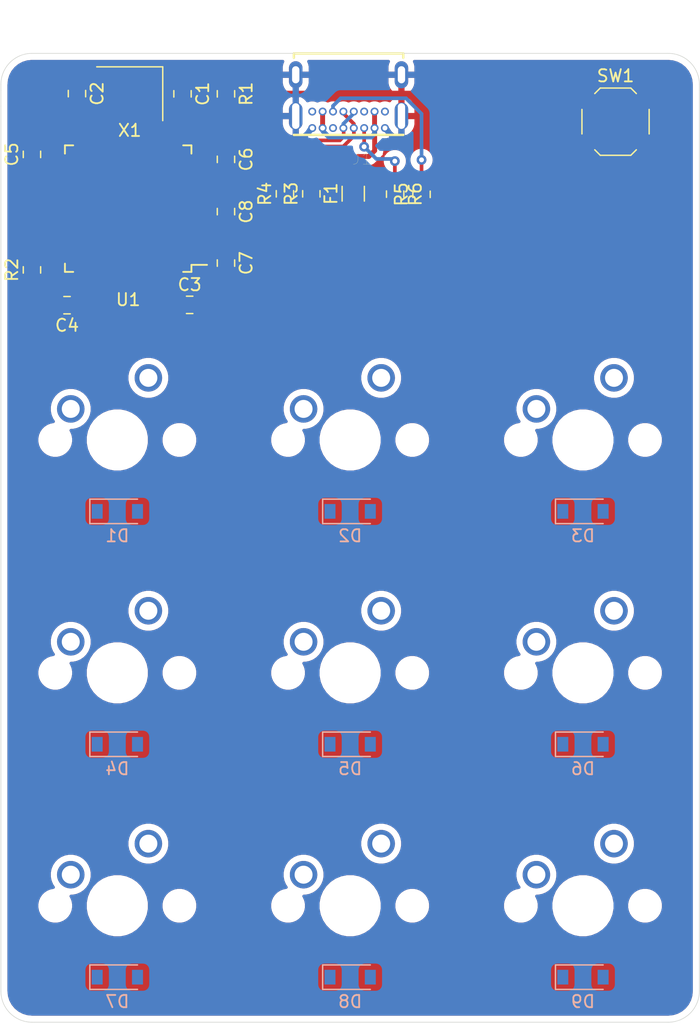
<source format=kicad_pcb>
(kicad_pcb (version 20171130) (host pcbnew "(5.1.6)-1")
  (layers (0 F.Cu signal) (31 B.Cu signal) (34 B.Paste user) (35 F.Paste user) (36 B.SilkS user) (37 F.SilkS user) (38 B.Mask user) (39 F.Mask user) (44 Edge.Cuts user))
  (net 0 "")
  (net 1 +5V)
  (net 2 "Net-(C1-Pad1)")
  (net 3 "Net-(C2-Pad1)")
  (net 4 VCC)
  (net 5 "Net-(C8-Pad1)")
  (net 6 ROW0)
  (net 7 "Net-(D1-Pad2)")
  (net 8 "Net-(D2-Pad2)")
  (net 9 "Net-(D3-Pad2)")
  (net 10 ROW1)
  (net 11 "Net-(D4-Pad2)")
  (net 12 "Net-(D5-Pad2)")
  (net 13 "Net-(D6-Pad2)")
  (net 14 ROW2)
  (net 15 "Net-(D7-Pad2)")
  (net 16 "Net-(D8-Pad2)")
  (net 17 "Net-(D9-Pad2)")
  (net 18 "Net-(J1-PadB8)")
  (net 19 "Net-(J1-PadA7)")
  (net 20 "Net-(J1-PadA6)")
  (net 21 "Net-(J1-PadB5)")
  (net 22 "Net-(J1-PadA8)")
  (net 23 "Net-(J1-PadA5)")
  (net 24 COL0)
  (net 25 COL1)
  (net 26 COL2)
  (net 27 "Net-(R1-Pad1)")
  (net 28 "Net-(R2-Pad2)")
  (net 29 "Net-(R3-Pad1)")
  (net 30 "Net-(R4-Pad1)")
  (net 31 "Net-(U1-Pad42)")
  (net 32 "Net-(U1-Pad41)")
  (net 33 "Net-(U1-Pad40)")
  (net 34 "Net-(U1-Pad39)")
  (net 35 "Net-(U1-Pad38)")
  (net 36 "Net-(U1-Pad37)")
  (net 37 "Net-(U1-Pad36)")
  (net 38 "Net-(U1-Pad32)")
  (net 39 "Net-(U1-Pad31)")
  (net 40 "Net-(U1-Pad30)")
  (net 41 "Net-(U1-Pad29)")
  (net 42 "Net-(U1-Pad28)")
  (net 43 "Net-(U1-Pad27)")
  (net 44 "Net-(U1-Pad26)")
  (net 45 "Net-(U1-Pad25)")
  (net 46 "Net-(U1-Pad22)")
  (net 47 "Net-(U1-Pad21)")
  (net 48 "Net-(U1-Pad20)")
  (net 49 "Net-(U1-Pad19)")
  (net 50 "Net-(U1-Pad18)")
  (net 51 "Net-(U1-Pad12)")
  (net 52 "Net-(U1-Pad11)")
  (net 53 "Net-(U1-Pad10)")
  (net 54 "Net-(U1-Pad9)")
  (net 55 "Net-(U1-Pad8)")
  (net 56 "Net-(U1-Pad1)")
  (net 57 GND)
  (module Fuse:Fuse_1206_3216Metric_Pad1.42x1.75mm_HandSolder (layer F.Cu) (at 193.929 40.1828 90)
    (fp_text reference F1 (at 0 -1.82 90) (layer F.SilkS))
    (fp_text value 500mA)
    (fp_line (start -0.602064 0.91) (end 0.602064 0.91) (layer F.SilkS) (width 0.12))
    (fp_line (start -0.602064 -0.91) (end 0.602064 -0.91) (layer F.SilkS) (width 0.12))
    (pad 2 smd roundrect (at 1.4875 0 90) (size 1.425 1.75) (layers F.Cu F.Paste F.Mask) (roundrect_rratio 0.175439) (net 4 VCC))
    (pad 1 smd roundrect (at -1.4875 0 90) (size 1.425 1.75) (layers F.Cu F.Paste F.Mask) (roundrect_rratio 0.175439) (net 1 +5V))
  )
  (module Crystal:Crystal_SMD_SeikoEpson_FA238-4Pin_3.2x2.5mm_HandSoldering (layer F.Cu) (at 175.641 32.004 180)
    (fp_text reference X1 (at 0 -3) (layer F.SilkS))
    (fp_text value XTAL_GND)
    (fp_line (start -2.7 -2.2) (end -2.7 2.2) (layer F.SilkS) (width 0.12))
    (fp_line (start -2.7 2.2) (end 2.7 2.2) (layer F.SilkS) (width 0.12))
    (pad 4 smd rect (at -1.45 -1.1 180) (size 2.1 1.8) (layers F.Cu F.Paste F.Mask))
    (pad 3 smd rect (at 1.45 -1.1 180) (size 2.1 1.8) (layers F.Cu F.Paste F.Mask) (net 57 GND))
    (pad 2 smd rect (at 1.45 1.1 180) (size 2.1 1.8) (layers F.Cu F.Paste F.Mask) (net 3 "Net-(C2-Pad1)"))
    (pad 1 smd rect (at -1.45 1.1 180) (size 2.1 1.8) (layers F.Cu F.Paste F.Mask) (net 2 "Net-(C1-Pad1)"))
  )
  (module Package_QFP:TQFP-44_10x10mm_P0.8mm (layer F.Cu) (at 175.514 41.402 180)
    (fp_text reference U1 (at 0 -7.45) (layer F.SilkS))
    (fp_text value ATMEGA32U4)
    (fp_line (start -5.175 -5.175) (end -5.175 -4.6) (layer F.SilkS) (width 0.15))
    (fp_line (start 5.175 -5.175) (end 5.175 -4.5) (layer F.SilkS) (width 0.15))
    (fp_line (start 5.175 5.175) (end 5.175 4.5) (layer F.SilkS) (width 0.15))
    (fp_line (start -5.175 5.175) (end -5.175 4.5) (layer F.SilkS) (width 0.15))
    (fp_line (start -5.175 -5.175) (end -4.5 -5.175) (layer F.SilkS) (width 0.15))
    (fp_line (start -5.175 5.175) (end -4.5 5.175) (layer F.SilkS) (width 0.15))
    (fp_line (start 5.175 5.175) (end 4.5 5.175) (layer F.SilkS) (width 0.15))
    (fp_line (start 5.175 -5.175) (end 4.5 -5.175) (layer F.SilkS) (width 0.15))
    (fp_line (start -5.175 -4.6) (end -6.45 -4.6) (layer F.SilkS) (width 0.15))
    (pad 44 smd rect (at -4 -5.7 270) (size 1.5 0.55) (layers F.Cu F.Paste F.Mask) (net 1 +5V))
    (pad 43 smd rect (at -3.2 -5.7 270) (size 1.5 0.55) (layers F.Cu F.Paste F.Mask) (net 57 GND))
    (pad 42 smd rect (at -2.4 -5.7 270) (size 1.5 0.55) (layers F.Cu F.Paste F.Mask) (net 31 "Net-(U1-Pad42)"))
    (pad 41 smd rect (at -1.6 -5.7 270) (size 1.5 0.55) (layers F.Cu F.Paste F.Mask) (net 32 "Net-(U1-Pad41)"))
    (pad 40 smd rect (at -0.8 -5.7 270) (size 1.5 0.55) (layers F.Cu F.Paste F.Mask) (net 33 "Net-(U1-Pad40)"))
    (pad 39 smd rect (at 0 -5.7 270) (size 1.5 0.55) (layers F.Cu F.Paste F.Mask) (net 34 "Net-(U1-Pad39)"))
    (pad 38 smd rect (at 0.8 -5.7 270) (size 1.5 0.55) (layers F.Cu F.Paste F.Mask) (net 35 "Net-(U1-Pad38)"))
    (pad 37 smd rect (at 1.6 -5.7 270) (size 1.5 0.55) (layers F.Cu F.Paste F.Mask) (net 36 "Net-(U1-Pad37)"))
    (pad 36 smd rect (at 2.4 -5.7 270) (size 1.5 0.55) (layers F.Cu F.Paste F.Mask) (net 37 "Net-(U1-Pad36)"))
    (pad 35 smd rect (at 3.2 -5.7 270) (size 1.5 0.55) (layers F.Cu F.Paste F.Mask) (net 57 GND))
    (pad 34 smd rect (at 4 -5.7 270) (size 1.5 0.55) (layers F.Cu F.Paste F.Mask) (net 1 +5V))
    (pad 33 smd rect (at 5.7 -4 180) (size 1.5 0.55) (layers F.Cu F.Paste F.Mask) (net 28 "Net-(R2-Pad2)"))
    (pad 32 smd rect (at 5.7 -3.2 180) (size 1.5 0.55) (layers F.Cu F.Paste F.Mask) (net 38 "Net-(U1-Pad32)"))
    (pad 31 smd rect (at 5.7 -2.4 180) (size 1.5 0.55) (layers F.Cu F.Paste F.Mask) (net 39 "Net-(U1-Pad31)"))
    (pad 30 smd rect (at 5.7 -1.6 180) (size 1.5 0.55) (layers F.Cu F.Paste F.Mask) (net 40 "Net-(U1-Pad30)"))
    (pad 29 smd rect (at 5.7 -0.8 180) (size 1.5 0.55) (layers F.Cu F.Paste F.Mask) (net 41 "Net-(U1-Pad29)"))
    (pad 28 smd rect (at 5.7 0 180) (size 1.5 0.55) (layers F.Cu F.Paste F.Mask) (net 42 "Net-(U1-Pad28)"))
    (pad 27 smd rect (at 5.7 0.8 180) (size 1.5 0.55) (layers F.Cu F.Paste F.Mask) (net 43 "Net-(U1-Pad27)"))
    (pad 26 smd rect (at 5.7 1.6 180) (size 1.5 0.55) (layers F.Cu F.Paste F.Mask) (net 44 "Net-(U1-Pad26)"))
    (pad 25 smd rect (at 5.7 2.4 180) (size 1.5 0.55) (layers F.Cu F.Paste F.Mask) (net 45 "Net-(U1-Pad25)"))
    (pad 24 smd rect (at 5.7 3.2 180) (size 1.5 0.55) (layers F.Cu F.Paste F.Mask) (net 1 +5V))
    (pad 23 smd rect (at 5.7 4 180) (size 1.5 0.55) (layers F.Cu F.Paste F.Mask) (net 57 GND))
    (pad 22 smd rect (at 4 5.7 270) (size 1.5 0.55) (layers F.Cu F.Paste F.Mask) (net 46 "Net-(U1-Pad22)"))
    (pad 21 smd rect (at 3.2 5.7 270) (size 1.5 0.55) (layers F.Cu F.Paste F.Mask) (net 47 "Net-(U1-Pad21)"))
    (pad 20 smd rect (at 2.4 5.7 270) (size 1.5 0.55) (layers F.Cu F.Paste F.Mask) (net 48 "Net-(U1-Pad20)"))
    (pad 19 smd rect (at 1.6 5.7 270) (size 1.5 0.55) (layers F.Cu F.Paste F.Mask) (net 49 "Net-(U1-Pad19)"))
    (pad 18 smd rect (at 0.8 5.7 270) (size 1.5 0.55) (layers F.Cu F.Paste F.Mask) (net 50 "Net-(U1-Pad18)"))
    (pad 17 smd rect (at 0 5.7 270) (size 1.5 0.55) (layers F.Cu F.Paste F.Mask) (net 3 "Net-(C2-Pad1)"))
    (pad 16 smd rect (at -0.8 5.7 270) (size 1.5 0.55) (layers F.Cu F.Paste F.Mask) (net 2 "Net-(C1-Pad1)"))
    (pad 15 smd rect (at -1.6 5.7 270) (size 1.5 0.55) (layers F.Cu F.Paste F.Mask) (net 57 GND))
    (pad 14 smd rect (at -2.4 5.7 270) (size 1.5 0.55) (layers F.Cu F.Paste F.Mask) (net 1 +5V))
    (pad 13 smd rect (at -3.2 5.7 270) (size 1.5 0.55) (layers F.Cu F.Paste F.Mask) (net 27 "Net-(R1-Pad1)"))
    (pad 12 smd rect (at -4 5.7 270) (size 1.5 0.55) (layers F.Cu F.Paste F.Mask) (net 51 "Net-(U1-Pad12)"))
    (pad 11 smd rect (at -5.7 4 180) (size 1.5 0.55) (layers F.Cu F.Paste F.Mask) (net 52 "Net-(U1-Pad11)"))
    (pad 10 smd rect (at -5.7 3.2 180) (size 1.5 0.55) (layers F.Cu F.Paste F.Mask) (net 53 "Net-(U1-Pad10)"))
    (pad 9 smd rect (at -5.7 2.4 180) (size 1.5 0.55) (layers F.Cu F.Paste F.Mask) (net 54 "Net-(U1-Pad9)"))
    (pad 8 smd rect (at -5.7 1.6 180) (size 1.5 0.55) (layers F.Cu F.Paste F.Mask) (net 55 "Net-(U1-Pad8)"))
    (pad 7 smd rect (at -5.7 0.8 180) (size 1.5 0.55) (layers F.Cu F.Paste F.Mask) (net 1 +5V))
    (pad 6 smd rect (at -5.7 0 180) (size 1.5 0.55) (layers F.Cu F.Paste F.Mask) (net 5 "Net-(C8-Pad1)"))
    (pad 5 smd rect (at -5.7 -0.8 180) (size 1.5 0.55) (layers F.Cu F.Paste F.Mask) (net 57 GND))
    (pad 4 smd rect (at -5.7 -1.6 180) (size 1.5 0.55) (layers F.Cu F.Paste F.Mask) (net 29 "Net-(R3-Pad1)"))
    (pad 3 smd rect (at -5.7 -2.4 180) (size 1.5 0.55) (layers F.Cu F.Paste F.Mask) (net 30 "Net-(R4-Pad1)"))
    (pad 2 smd rect (at -5.7 -3.2 180) (size 1.5 0.55) (layers F.Cu F.Paste F.Mask) (net 1 +5V))
    (pad 1 smd rect (at -5.7 -4 180) (size 1.5 0.55) (layers F.Cu F.Paste F.Mask) (net 56 "Net-(U1-Pad1)"))
  )
  (module Button_Switch_SMD:SW_SPST_TL3342 (layer F.Cu) (at 215.392 34.29)
    (fp_text reference SW1 (at 0 -3.75) (layer F.SilkS))
    (fp_text value SW_PUSH)
    (fp_line (start -1.7 2.3) (end -1.25 2.75) (layer F.SilkS) (width 0.12))
    (fp_line (start 1.7 2.3) (end 1.25 2.75) (layer F.SilkS) (width 0.12))
    (fp_line (start 1.7 -2.3) (end 1.25 -2.75) (layer F.SilkS) (width 0.12))
    (fp_line (start -1.7 -2.3) (end -1.25 -2.75) (layer F.SilkS) (width 0.12))
    (fp_line (start 2.75 -1) (end 2.75 1) (layer F.SilkS) (width 0.12))
    (fp_line (start -1.25 2.75) (end 1.25 2.75) (layer F.SilkS) (width 0.12))
    (fp_line (start -2.75 -1) (end -2.75 1) (layer F.SilkS) (width 0.12))
    (fp_line (start -1.25 -2.75) (end 1.25 -2.75) (layer F.SilkS) (width 0.12))
    (pad 2 smd rect (at 3.15 1.9) (size 1.7 1) (layers F.Cu F.Paste F.Mask) (net 27 "Net-(R1-Pad1)"))
    (pad 2 smd rect (at -3.15 1.9) (size 1.7 1) (layers F.Cu F.Paste F.Mask) (net 27 "Net-(R1-Pad1)"))
    (pad 1 smd rect (at 3.15 -1.9) (size 1.7 1) (layers F.Cu F.Paste F.Mask) (net 57 GND))
    (pad 1 smd rect (at -3.15 -1.9) (size 1.7 1) (layers F.Cu F.Paste F.Mask) (net 57 GND))
  )
  (module Resistor_SMD:R_0805_2012Metric_Pad1.15x1.40mm_HandSolder (layer F.Cu) (at 197.358 40.2172 270)
    (fp_text reference R6 (at 0 -1.65 90) (layer F.SilkS))
    (fp_text value 5.1k)
    (fp_line (start -0.261252 -0.71) (end 0.261252 -0.71) (layer F.SilkS) (width 0.12))
    (fp_line (start -0.261252 0.71) (end 0.261252 0.71) (layer F.SilkS) (width 0.12))
    (pad 2 smd roundrect (at 1.025 0 270) (size 1.15 1.4) (layers F.Cu F.Paste F.Mask) (roundrect_rratio 0.217391) (net 57 GND))
    (pad 1 smd roundrect (at -1.025 0 270) (size 1.15 1.4) (layers F.Cu F.Paste F.Mask) (roundrect_rratio 0.217391) (net 23 "Net-(J1-PadA5)"))
  )
  (module Resistor_SMD:R_0805_2012Metric_Pad1.15x1.40mm_HandSolder (layer F.Cu) (at 199.517 40.2336 90)
    (fp_text reference R5 (at 0 -1.65 90) (layer F.SilkS))
    (fp_text value 5.1k)
    (fp_line (start -0.261252 -0.71) (end 0.261252 -0.71) (layer F.SilkS) (width 0.12))
    (fp_line (start -0.261252 0.71) (end 0.261252 0.71) (layer F.SilkS) (width 0.12))
    (pad 2 smd roundrect (at 1.025 0 90) (size 1.15 1.4) (layers F.Cu F.Paste F.Mask) (roundrect_rratio 0.217391) (net 21 "Net-(J1-PadB5)"))
    (pad 1 smd roundrect (at -1.025 0 90) (size 1.15 1.4) (layers F.Cu F.Paste F.Mask) (roundrect_rratio 0.217391) (net 57 GND))
  )
  (module Resistor_SMD:R_0805_2012Metric_Pad1.15x1.40mm_HandSolder (layer F.Cu) (at 188.341 40.1918 90)
    (fp_text reference R4 (at 0 -1.65 90) (layer F.SilkS))
    (fp_text value "22 ohm")
    (fp_line (start -0.261252 -0.71) (end 0.261252 -0.71) (layer F.SilkS) (width 0.12))
    (fp_line (start -0.261252 0.71) (end 0.261252 0.71) (layer F.SilkS) (width 0.12))
    (pad 2 smd roundrect (at 1.025 0 90) (size 1.15 1.4) (layers F.Cu F.Paste F.Mask) (roundrect_rratio 0.217391) (net 19 "Net-(J1-PadA7)"))
    (pad 1 smd roundrect (at -1.025 0 90) (size 1.15 1.4) (layers F.Cu F.Paste F.Mask) (roundrect_rratio 0.217391) (net 30 "Net-(R4-Pad1)"))
  )
  (module Resistor_SMD:R_0805_2012Metric_Pad1.15x1.40mm_HandSolder (layer F.Cu) (at 190.5 40.1918 90)
    (fp_text reference R3 (at 0 -1.65 90) (layer F.SilkS))
    (fp_text value "22 ohm")
    (fp_line (start -0.261252 -0.71) (end 0.261252 -0.71) (layer F.SilkS) (width 0.12))
    (fp_line (start -0.261252 0.71) (end 0.261252 0.71) (layer F.SilkS) (width 0.12))
    (pad 2 smd roundrect (at 1.025 0 90) (size 1.15 1.4) (layers F.Cu F.Paste F.Mask) (roundrect_rratio 0.217391) (net 20 "Net-(J1-PadA6)"))
    (pad 1 smd roundrect (at -1.025 0 90) (size 1.15 1.4) (layers F.Cu F.Paste F.Mask) (roundrect_rratio 0.217391) (net 29 "Net-(R3-Pad1)"))
  )
  (module Resistor_SMD:R_0805_2012Metric_Pad1.15x1.40mm_HandSolder (layer F.Cu) (at 167.64 46.4148 90)
    (fp_text reference R2 (at 0 -1.65 90) (layer F.SilkS))
    (fp_text value 10k)
    (fp_line (start -0.261252 -0.71) (end 0.261252 -0.71) (layer F.SilkS) (width 0.12))
    (fp_line (start -0.261252 0.71) (end 0.261252 0.71) (layer F.SilkS) (width 0.12))
    (pad 2 smd roundrect (at 1.025 0 90) (size 1.15 1.4) (layers F.Cu F.Paste F.Mask) (roundrect_rratio 0.217391) (net 28 "Net-(R2-Pad2)"))
    (pad 1 smd roundrect (at -1.025 0 90) (size 1.15 1.4) (layers F.Cu F.Paste F.Mask) (roundrect_rratio 0.217391) (net 57 GND))
  )
  (module Resistor_SMD:R_0805_2012Metric_Pad1.15x1.40mm_HandSolder (layer F.Cu) (at 183.515 32.013 270)
    (fp_text reference R1 (at 0 -1.65 90) (layer F.SilkS))
    (fp_text value 10k)
    (fp_line (start -0.261252 -0.71) (end 0.261252 -0.71) (layer F.SilkS) (width 0.12))
    (fp_line (start -0.261252 0.71) (end 0.261252 0.71) (layer F.SilkS) (width 0.12))
    (pad 2 smd roundrect (at 1.025 0 270) (size 1.15 1.4) (layers F.Cu F.Paste F.Mask) (roundrect_rratio 0.217391) (net 1 +5V))
    (pad 1 smd roundrect (at -1.025 0 270) (size 1.15 1.4) (layers F.Cu F.Paste F.Mask) (roundrect_rratio 0.217391) (net 27 "Net-(R1-Pad1)"))
  )
  (module MX_Only:MXOnly-1U-NoLED (layer F.Cu) (at 212.725 98.425)
    (fp_text reference MX9)
    (fp_text value MX-NoLED)
    (pad 2 thru_hole circle (at 2.54 -5.08) (size 2.25 2.25) (drill 1.47) (layers *.Cu B.Mask) (net 17 "Net-(D9-Pad2)"))
    (pad "" np_thru_hole circle (at 0 0) (size 3.9878 3.9878) (drill 3.9878) (layers *.Cu *.Mask))
    (pad 1 thru_hole circle (at -3.81 -2.54) (size 2.25 2.25) (drill 1.47) (layers *.Cu B.Mask) (net 26 COL2))
    (pad "" np_thru_hole circle (at -5.08 0 48.0996) (size 1.75 1.75) (drill 1.75) (layers *.Cu *.Mask))
    (pad "" np_thru_hole circle (at 5.08 0 48.0996) (size 1.75 1.75) (drill 1.75) (layers *.Cu *.Mask))
  )
  (module MX_Only:MXOnly-1U-NoLED (layer F.Cu) (at 193.675 98.425)
    (fp_text reference MX8)
    (fp_text value MX-NoLED)
    (pad 2 thru_hole circle (at 2.54 -5.08) (size 2.25 2.25) (drill 1.47) (layers *.Cu B.Mask) (net 16 "Net-(D8-Pad2)"))
    (pad "" np_thru_hole circle (at 0 0) (size 3.9878 3.9878) (drill 3.9878) (layers *.Cu *.Mask))
    (pad 1 thru_hole circle (at -3.81 -2.54) (size 2.25 2.25) (drill 1.47) (layers *.Cu B.Mask) (net 25 COL1))
    (pad "" np_thru_hole circle (at -5.08 0 48.0996) (size 1.75 1.75) (drill 1.75) (layers *.Cu *.Mask))
    (pad "" np_thru_hole circle (at 5.08 0 48.0996) (size 1.75 1.75) (drill 1.75) (layers *.Cu *.Mask))
  )
  (module MX_Only:MXOnly-1U-NoLED (layer F.Cu) (at 174.625 98.425)
    (fp_text reference MX7)
    (fp_text value MX-NoLED)
    (pad 2 thru_hole circle (at 2.54 -5.08) (size 2.25 2.25) (drill 1.47) (layers *.Cu B.Mask) (net 15 "Net-(D7-Pad2)"))
    (pad "" np_thru_hole circle (at 0 0) (size 3.9878 3.9878) (drill 3.9878) (layers *.Cu *.Mask))
    (pad 1 thru_hole circle (at -3.81 -2.54) (size 2.25 2.25) (drill 1.47) (layers *.Cu B.Mask) (net 24 COL0))
    (pad "" np_thru_hole circle (at -5.08 0 48.0996) (size 1.75 1.75) (drill 1.75) (layers *.Cu *.Mask))
    (pad "" np_thru_hole circle (at 5.08 0 48.0996) (size 1.75 1.75) (drill 1.75) (layers *.Cu *.Mask))
  )
  (module MX_Only:MXOnly-1U-NoLED (layer F.Cu) (at 212.725 79.375)
    (fp_text reference MX6)
    (fp_text value MX-NoLED)
    (pad 2 thru_hole circle (at 2.54 -5.08) (size 2.25 2.25) (drill 1.47) (layers *.Cu B.Mask) (net 13 "Net-(D6-Pad2)"))
    (pad "" np_thru_hole circle (at 0 0) (size 3.9878 3.9878) (drill 3.9878) (layers *.Cu *.Mask))
    (pad 1 thru_hole circle (at -3.81 -2.54) (size 2.25 2.25) (drill 1.47) (layers *.Cu B.Mask) (net 26 COL2))
    (pad "" np_thru_hole circle (at -5.08 0 48.0996) (size 1.75 1.75) (drill 1.75) (layers *.Cu *.Mask))
    (pad "" np_thru_hole circle (at 5.08 0 48.0996) (size 1.75 1.75) (drill 1.75) (layers *.Cu *.Mask))
  )
  (module MX_Only:MXOnly-1U-NoLED (layer F.Cu) (at 193.675 79.375)
    (fp_text reference MX5)
    (fp_text value MX-NoLED)
    (pad 2 thru_hole circle (at 2.54 -5.08) (size 2.25 2.25) (drill 1.47) (layers *.Cu B.Mask) (net 12 "Net-(D5-Pad2)"))
    (pad "" np_thru_hole circle (at 0 0) (size 3.9878 3.9878) (drill 3.9878) (layers *.Cu *.Mask))
    (pad 1 thru_hole circle (at -3.81 -2.54) (size 2.25 2.25) (drill 1.47) (layers *.Cu B.Mask) (net 25 COL1))
    (pad "" np_thru_hole circle (at -5.08 0 48.0996) (size 1.75 1.75) (drill 1.75) (layers *.Cu *.Mask))
    (pad "" np_thru_hole circle (at 5.08 0 48.0996) (size 1.75 1.75) (drill 1.75) (layers *.Cu *.Mask))
  )
  (module MX_Only:MXOnly-1U-NoLED (layer F.Cu) (at 174.625 79.375)
    (fp_text reference MX4)
    (fp_text value MX-NoLED)
    (pad 2 thru_hole circle (at 2.54 -5.08) (size 2.25 2.25) (drill 1.47) (layers *.Cu B.Mask) (net 11 "Net-(D4-Pad2)"))
    (pad "" np_thru_hole circle (at 0 0) (size 3.9878 3.9878) (drill 3.9878) (layers *.Cu *.Mask))
    (pad 1 thru_hole circle (at -3.81 -2.54) (size 2.25 2.25) (drill 1.47) (layers *.Cu B.Mask) (net 24 COL0))
    (pad "" np_thru_hole circle (at -5.08 0 48.0996) (size 1.75 1.75) (drill 1.75) (layers *.Cu *.Mask))
    (pad "" np_thru_hole circle (at 5.08 0 48.0996) (size 1.75 1.75) (drill 1.75) (layers *.Cu *.Mask))
  )
  (module MX_Only:MXOnly-1U-NoLED (layer F.Cu) (at 212.725 60.325)
    (fp_text reference MX3)
    (fp_text value MX-NoLED)
    (pad 2 thru_hole circle (at 2.54 -5.08) (size 2.25 2.25) (drill 1.47) (layers *.Cu B.Mask) (net 9 "Net-(D3-Pad2)"))
    (pad "" np_thru_hole circle (at 0 0) (size 3.9878 3.9878) (drill 3.9878) (layers *.Cu *.Mask))
    (pad 1 thru_hole circle (at -3.81 -2.54) (size 2.25 2.25) (drill 1.47) (layers *.Cu B.Mask) (net 26 COL2))
    (pad "" np_thru_hole circle (at -5.08 0 48.0996) (size 1.75 1.75) (drill 1.75) (layers *.Cu *.Mask))
    (pad "" np_thru_hole circle (at 5.08 0 48.0996) (size 1.75 1.75) (drill 1.75) (layers *.Cu *.Mask))
  )
  (module MX_Only:MXOnly-1U-NoLED (layer F.Cu) (at 193.675 60.325)
    (fp_text reference MX2)
    (fp_text value MX-NoLED)
    (pad 2 thru_hole circle (at 2.54 -5.08) (size 2.25 2.25) (drill 1.47) (layers *.Cu B.Mask) (net 8 "Net-(D2-Pad2)"))
    (pad "" np_thru_hole circle (at 0 0) (size 3.9878 3.9878) (drill 3.9878) (layers *.Cu *.Mask))
    (pad 1 thru_hole circle (at -3.81 -2.54) (size 2.25 2.25) (drill 1.47) (layers *.Cu B.Mask) (net 25 COL1))
    (pad "" np_thru_hole circle (at -5.08 0 48.0996) (size 1.75 1.75) (drill 1.75) (layers *.Cu *.Mask))
    (pad "" np_thru_hole circle (at 5.08 0 48.0996) (size 1.75 1.75) (drill 1.75) (layers *.Cu *.Mask))
  )
  (module MX_Only:MXOnly-1U-NoLED (layer F.Cu) (at 174.625 60.325)
    (fp_text reference MX1)
    (fp_text value MX-NoLED)
    (pad 2 thru_hole circle (at 2.54 -5.08) (size 2.25 2.25) (drill 1.47) (layers *.Cu B.Mask) (net 7 "Net-(D1-Pad2)"))
    (pad "" np_thru_hole circle (at 0 0) (size 3.9878 3.9878) (drill 3.9878) (layers *.Cu *.Mask))
    (pad 1 thru_hole circle (at -3.81 -2.54) (size 2.25 2.25) (drill 1.47) (layers *.Cu B.Mask) (net 24 COL0))
    (pad "" np_thru_hole circle (at -5.08 0 48.0996) (size 1.75 1.75) (drill 1.75) (layers *.Cu *.Mask))
    (pad "" np_thru_hole circle (at 5.08 0 48.0996) (size 1.75 1.75) (drill 1.75) (layers *.Cu *.Mask))
  )
  (module USB4085-GF-A_REVA:GCT_USB4085-GF-A_REVA (layer F.Cu) (at 193.548 30.7878 180)
    (fp_text reference J1 (at -1.097425 -6.515415) (layer F.SilkS) (effects (font (size 1.00015 1.00015) (thickness 0.015))))
    (fp_text value USB4085-GF-A_REVA)
    (fp_line (start -4.475 -4.585) (end 4.475 -4.585) (layer F.SilkS) (width 0.2))
    (fp_line (start -4.475 1.725) (end -4.475 2.075) (layer F.SilkS) (width 0.2))
    (fp_line (start -4.475 2.075) (end 4.475 2.075) (layer F.SilkS) (width 0.2))
    (fp_line (start 4.475 2.075) (end 4.475 1.725) (layer F.SilkS) (width 0.2))
    (pad P4 thru_hole oval (at -4.325 0.335 180) (size 1.108 2.216) (drill oval 0.6 1.4) (layers *.Cu *.Mask) (net 57 GND))
    (pad P3 thru_hole oval (at 4.325 0.335 180) (size 1.108 2.216) (drill oval 0.6 1.4) (layers *.Cu *.Mask) (net 57 GND))
    (pad P2 thru_hole oval (at 4.325 -3.045 180) (size 1.108 2.216) (drill oval 0.6 2.1) (layers *.Cu *.Mask) (net 57 GND))
    (pad P1 thru_hole oval (at -4.325 -3.045 180) (size 1.108 2.216) (drill oval 0.6 2.1) (layers *.Cu *.Mask) (net 57 GND))
    (pad B12 thru_hole circle (at -2.975 -2.675 180) (size 0.65 0.65) (drill 0.4) (layers *.Cu *.Mask) (net 57 GND))
    (pad B9 thru_hole circle (at -2.125 -2.675 180) (size 0.65 0.65) (drill 0.4) (layers *.Cu *.Mask) (net 4 VCC))
    (pad B8 thru_hole circle (at -1.275 -2.675 180) (size 0.65 0.65) (drill 0.4) (layers *.Cu *.Mask) (net 18 "Net-(J1-PadB8)"))
    (pad B7 thru_hole circle (at -0.425 -2.675 180) (size 0.65 0.65) (drill 0.4) (layers *.Cu *.Mask) (net 19 "Net-(J1-PadA7)"))
    (pad B6 thru_hole circle (at 0.425 -2.675 180) (size 0.65 0.65) (drill 0.4) (layers *.Cu *.Mask) (net 20 "Net-(J1-PadA6)"))
    (pad B5 thru_hole circle (at 1.275 -2.675 180) (size 0.65 0.65) (drill 0.4) (layers *.Cu *.Mask) (net 21 "Net-(J1-PadB5)"))
    (pad B4 thru_hole circle (at 2.125 -2.675 180) (size 0.65 0.65) (drill 0.4) (layers *.Cu *.Mask) (net 4 VCC))
    (pad B1 thru_hole circle (at 2.975 -2.675 180) (size 0.65 0.65) (drill 0.4) (layers *.Cu *.Mask) (net 57 GND))
    (pad A12 thru_hole circle (at 2.975 -4.025 180) (size 0.65 0.65) (drill 0.4) (layers *.Cu *.Mask) (net 57 GND))
    (pad A9 thru_hole circle (at 2.125 -4.025 180) (size 0.65 0.65) (drill 0.4) (layers *.Cu *.Mask) (net 4 VCC))
    (pad A8 thru_hole circle (at 1.275 -4.025 180) (size 0.65 0.65) (drill 0.4) (layers *.Cu *.Mask) (net 22 "Net-(J1-PadA8)"))
    (pad A7 thru_hole circle (at 0.425 -4.025 180) (size 0.65 0.65) (drill 0.4) (layers *.Cu *.Mask) (net 19 "Net-(J1-PadA7)"))
    (pad A6 thru_hole circle (at -0.425 -4.025 180) (size 0.65 0.65) (drill 0.4) (layers *.Cu *.Mask) (net 20 "Net-(J1-PadA6)"))
    (pad A5 thru_hole circle (at -1.275 -4.025 180) (size 0.65 0.65) (drill 0.4) (layers *.Cu *.Mask) (net 23 "Net-(J1-PadA5)"))
    (pad A4 thru_hole circle (at -2.125 -4.025 180) (size 0.65 0.65) (drill 0.4) (layers *.Cu *.Mask) (net 4 VCC))
    (pad A1 thru_hole circle (at -2.975 -4.025 180) (size 0.65 0.65) (drill 0.4) (layers *.Cu *.Mask) (net 57 GND))
  )
  (module random-keyboard-parts:D_SOD-123-Pretty (layer B.Cu) (at 212.725 104.267)
    (fp_text reference D9 (at 0 2) (layer B.SilkS) (effects (justify mirror)))
    (fp_text value D_Small)
    (fp_line (start -2.25 1) (end 1.65 1) (layer B.SilkS) (width 0.12))
    (fp_line (start -2.25 -1) (end 1.65 -1) (layer B.SilkS) (width 0.12))
    (fp_line (start -2.25 1) (end -2.25 -1) (layer B.SilkS) (width 0.12))
    (pad 1 smd rect (at -1.65 0) (size 0.9 1.2) (layers B.Cu B.Paste B.Mask) (net 14 ROW2))
    (pad 2 smd rect (at 1.65 0) (size 0.9 1.2) (layers B.Cu B.Paste B.Mask) (net 17 "Net-(D9-Pad2)"))
  )
  (module random-keyboard-parts:D_SOD-123-Pretty (layer B.Cu) (at 193.675 104.267)
    (fp_text reference D8 (at 0 2) (layer B.SilkS) (effects (justify mirror)))
    (fp_text value D_Small)
    (fp_line (start -2.25 1) (end 1.65 1) (layer B.SilkS) (width 0.12))
    (fp_line (start -2.25 -1) (end 1.65 -1) (layer B.SilkS) (width 0.12))
    (fp_line (start -2.25 1) (end -2.25 -1) (layer B.SilkS) (width 0.12))
    (pad 1 smd rect (at -1.65 0) (size 0.9 1.2) (layers B.Cu B.Paste B.Mask) (net 14 ROW2))
    (pad 2 smd rect (at 1.65 0) (size 0.9 1.2) (layers B.Cu B.Paste B.Mask) (net 16 "Net-(D8-Pad2)"))
  )
  (module random-keyboard-parts:D_SOD-123-Pretty (layer B.Cu) (at 174.625 104.267)
    (fp_text reference D7 (at 0 2) (layer B.SilkS) (effects (justify mirror)))
    (fp_text value D_Small)
    (fp_line (start -2.25 1) (end 1.65 1) (layer B.SilkS) (width 0.12))
    (fp_line (start -2.25 -1) (end 1.65 -1) (layer B.SilkS) (width 0.12))
    (fp_line (start -2.25 1) (end -2.25 -1) (layer B.SilkS) (width 0.12))
    (pad 1 smd rect (at -1.65 0) (size 0.9 1.2) (layers B.Cu B.Paste B.Mask) (net 14 ROW2))
    (pad 2 smd rect (at 1.65 0) (size 0.9 1.2) (layers B.Cu B.Paste B.Mask) (net 15 "Net-(D7-Pad2)"))
  )
  (module random-keyboard-parts:D_SOD-123-Pretty (layer B.Cu) (at 212.725 85.217)
    (fp_text reference D6 (at 0 2) (layer B.SilkS) (effects (justify mirror)))
    (fp_text value D_Small)
    (fp_line (start -2.25 1) (end 1.65 1) (layer B.SilkS) (width 0.12))
    (fp_line (start -2.25 -1) (end 1.65 -1) (layer B.SilkS) (width 0.12))
    (fp_line (start -2.25 1) (end -2.25 -1) (layer B.SilkS) (width 0.12))
    (pad 1 smd rect (at -1.65 0) (size 0.9 1.2) (layers B.Cu B.Paste B.Mask) (net 10 ROW1))
    (pad 2 smd rect (at 1.65 0) (size 0.9 1.2) (layers B.Cu B.Paste B.Mask) (net 13 "Net-(D6-Pad2)"))
  )
  (module random-keyboard-parts:D_SOD-123-Pretty (layer B.Cu) (at 193.675 85.217)
    (fp_text reference D5 (at 0 2) (layer B.SilkS) (effects (justify mirror)))
    (fp_text value D_Small)
    (fp_line (start -2.25 1) (end 1.65 1) (layer B.SilkS) (width 0.12))
    (fp_line (start -2.25 -1) (end 1.65 -1) (layer B.SilkS) (width 0.12))
    (fp_line (start -2.25 1) (end -2.25 -1) (layer B.SilkS) (width 0.12))
    (pad 1 smd rect (at -1.65 0) (size 0.9 1.2) (layers B.Cu B.Paste B.Mask) (net 10 ROW1))
    (pad 2 smd rect (at 1.65 0) (size 0.9 1.2) (layers B.Cu B.Paste B.Mask) (net 12 "Net-(D5-Pad2)"))
  )
  (module random-keyboard-parts:D_SOD-123-Pretty (layer B.Cu) (at 174.625 85.217)
    (fp_text reference D4 (at 0 2) (layer B.SilkS) (effects (justify mirror)))
    (fp_text value D_Small)
    (fp_line (start -2.25 1) (end 1.65 1) (layer B.SilkS) (width 0.12))
    (fp_line (start -2.25 -1) (end 1.65 -1) (layer B.SilkS) (width 0.12))
    (fp_line (start -2.25 1) (end -2.25 -1) (layer B.SilkS) (width 0.12))
    (pad 1 smd rect (at -1.65 0) (size 0.9 1.2) (layers B.Cu B.Paste B.Mask) (net 10 ROW1))
    (pad 2 smd rect (at 1.65 0) (size 0.9 1.2) (layers B.Cu B.Paste B.Mask) (net 11 "Net-(D4-Pad2)"))
  )
  (module random-keyboard-parts:D_SOD-123-Pretty (layer B.Cu) (at 212.725 66.167)
    (fp_text reference D3 (at 0 2) (layer B.SilkS) (effects (justify mirror)))
    (fp_text value D_Small)
    (fp_line (start -2.25 1) (end 1.65 1) (layer B.SilkS) (width 0.12))
    (fp_line (start -2.25 -1) (end 1.65 -1) (layer B.SilkS) (width 0.12))
    (fp_line (start -2.25 1) (end -2.25 -1) (layer B.SilkS) (width 0.12))
    (pad 1 smd rect (at -1.65 0) (size 0.9 1.2) (layers B.Cu B.Paste B.Mask) (net 6 ROW0))
    (pad 2 smd rect (at 1.65 0) (size 0.9 1.2) (layers B.Cu B.Paste B.Mask) (net 9 "Net-(D3-Pad2)"))
  )
  (module random-keyboard-parts:D_SOD-123-Pretty (layer B.Cu) (at 193.675 66.167)
    (fp_text reference D2 (at 0 2) (layer B.SilkS) (effects (justify mirror)))
    (fp_text value D_Small)
    (fp_line (start -2.25 1) (end 1.65 1) (layer B.SilkS) (width 0.12))
    (fp_line (start -2.25 -1) (end 1.65 -1) (layer B.SilkS) (width 0.12))
    (fp_line (start -2.25 1) (end -2.25 -1) (layer B.SilkS) (width 0.12))
    (pad 1 smd rect (at -1.65 0) (size 0.9 1.2) (layers B.Cu B.Paste B.Mask) (net 6 ROW0))
    (pad 2 smd rect (at 1.65 0) (size 0.9 1.2) (layers B.Cu B.Paste B.Mask) (net 8 "Net-(D2-Pad2)"))
  )
  (module random-keyboard-parts:D_SOD-123-Pretty (layer B.Cu) (at 174.625 66.167)
    (fp_text reference D1 (at 0 2) (layer B.SilkS) (effects (justify mirror)))
    (fp_text value D_Small)
    (fp_line (start -2.25 1) (end 1.65 1) (layer B.SilkS) (width 0.12))
    (fp_line (start -2.25 -1) (end 1.65 -1) (layer B.SilkS) (width 0.12))
    (fp_line (start -2.25 1) (end -2.25 -1) (layer B.SilkS) (width 0.12))
    (pad 1 smd rect (at -1.65 0) (size 0.9 1.2) (layers B.Cu B.Paste B.Mask) (net 6 ROW0))
    (pad 2 smd rect (at 1.65 0) (size 0.9 1.2) (layers B.Cu B.Paste B.Mask) (net 7 "Net-(D1-Pad2)"))
  )
  (module Capacitor_SMD:C_0805_2012Metric_Pad1.15x1.40mm_HandSolder (layer F.Cu) (at 183.515 41.647 270)
    (fp_text reference C8 (at 0 -1.65 90) (layer F.SilkS))
    (fp_text value 1uF)
    (fp_line (start -0.261252 -0.71) (end 0.261252 -0.71) (layer F.SilkS) (width 0.12))
    (fp_line (start -0.261252 0.71) (end 0.261252 0.71) (layer F.SilkS) (width 0.12))
    (pad 2 smd roundrect (at 1.025 0 270) (size 1.15 1.4) (layers F.Cu F.Paste F.Mask) (roundrect_rratio 0.217391) (net 57 GND))
    (pad 1 smd roundrect (at -1.025 0 270) (size 1.15 1.4) (layers F.Cu F.Paste F.Mask) (roundrect_rratio 0.217391) (net 5 "Net-(C8-Pad1)"))
  )
  (module Capacitor_SMD:C_0805_2012Metric_Pad1.15x1.40mm_HandSolder (layer F.Cu) (at 183.515 45.856 270)
    (fp_text reference C7 (at 0 -1.65 90) (layer F.SilkS))
    (fp_text value 4.7u)
    (fp_line (start -0.261252 -0.71) (end 0.261252 -0.71) (layer F.SilkS) (width 0.12))
    (fp_line (start -0.261252 0.71) (end 0.261252 0.71) (layer F.SilkS) (width 0.12))
    (pad 2 smd roundrect (at 1.025 0 270) (size 1.15 1.4) (layers F.Cu F.Paste F.Mask) (roundrect_rratio 0.217391) (net 57 GND))
    (pad 1 smd roundrect (at -1.025 0 270) (size 1.15 1.4) (layers F.Cu F.Paste F.Mask) (roundrect_rratio 0.217391) (net 1 +5V))
  )
  (module Capacitor_SMD:C_0805_2012Metric_Pad1.15x1.40mm_HandSolder (layer F.Cu) (at 183.515 37.3724 270)
    (fp_text reference C6 (at 0 -1.65 90) (layer F.SilkS))
    (fp_text value 0.1u)
    (fp_line (start -0.261252 -0.71) (end 0.261252 -0.71) (layer F.SilkS) (width 0.12))
    (fp_line (start -0.261252 0.71) (end 0.261252 0.71) (layer F.SilkS) (width 0.12))
    (pad 2 smd roundrect (at 1.025 0 270) (size 1.15 1.4) (layers F.Cu F.Paste F.Mask) (roundrect_rratio 0.217391) (net 57 GND))
    (pad 1 smd roundrect (at -1.025 0 270) (size 1.15 1.4) (layers F.Cu F.Paste F.Mask) (roundrect_rratio 0.217391) (net 1 +5V))
  )
  (module Capacitor_SMD:C_0805_2012Metric_Pad1.15x1.40mm_HandSolder (layer F.Cu) (at 167.64 36.966 90)
    (fp_text reference C5 (at 0 -1.65 90) (layer F.SilkS))
    (fp_text value 0.1u)
    (fp_line (start -0.261252 -0.71) (end 0.261252 -0.71) (layer F.SilkS) (width 0.12))
    (fp_line (start -0.261252 0.71) (end 0.261252 0.71) (layer F.SilkS) (width 0.12))
    (pad 2 smd roundrect (at 1.025 0 90) (size 1.15 1.4) (layers F.Cu F.Paste F.Mask) (roundrect_rratio 0.217391) (net 57 GND))
    (pad 1 smd roundrect (at -1.025 0 90) (size 1.15 1.4) (layers F.Cu F.Paste F.Mask) (roundrect_rratio 0.217391) (net 1 +5V))
  )
  (module Capacitor_SMD:C_0805_2012Metric_Pad1.15x1.40mm_HandSolder (layer F.Cu) (at 170.5102 49.3014 180)
    (fp_text reference C4 (at 0 -1.65) (layer F.SilkS))
    (fp_text value 0.1u)
    (fp_line (start -0.261252 -0.71) (end 0.261252 -0.71) (layer F.SilkS) (width 0.12))
    (fp_line (start -0.261252 0.71) (end 0.261252 0.71) (layer F.SilkS) (width 0.12))
    (pad 2 smd roundrect (at 1.025 0 180) (size 1.15 1.4) (layers F.Cu F.Paste F.Mask) (roundrect_rratio 0.217391) (net 57 GND))
    (pad 1 smd roundrect (at -1.025 0 180) (size 1.15 1.4) (layers F.Cu F.Paste F.Mask) (roundrect_rratio 0.217391) (net 1 +5V))
  )
  (module Capacitor_SMD:C_0805_2012Metric_Pad1.15x1.40mm_HandSolder (layer F.Cu) (at 180.5432 49.276)
    (fp_text reference C3 (at 0 -1.65) (layer F.SilkS))
    (fp_text value 0.1u)
    (fp_line (start -0.261252 -0.71) (end 0.261252 -0.71) (layer F.SilkS) (width 0.12))
    (fp_line (start -0.261252 0.71) (end 0.261252 0.71) (layer F.SilkS) (width 0.12))
    (pad 2 smd roundrect (at 1.025 0) (size 1.15 1.4) (layers F.Cu F.Paste F.Mask) (roundrect_rratio 0.217391) (net 57 GND))
    (pad 1 smd roundrect (at -1.025 0) (size 1.15 1.4) (layers F.Cu F.Paste F.Mask) (roundrect_rratio 0.217391) (net 1 +5V))
  )
  (module Capacitor_SMD:C_0805_2012Metric_Pad1.15x1.40mm_HandSolder (layer F.Cu) (at 171.323 31.995 270)
    (fp_text reference C2 (at 0 -1.65 90) (layer F.SilkS))
    (fp_text value 22p)
    (fp_line (start -0.261252 -0.71) (end 0.261252 -0.71) (layer F.SilkS) (width 0.12))
    (fp_line (start -0.261252 0.71) (end 0.261252 0.71) (layer F.SilkS) (width 0.12))
    (pad 2 smd roundrect (at 1.025 0 270) (size 1.15 1.4) (layers F.Cu F.Paste F.Mask) (roundrect_rratio 0.217391) (net 57 GND))
    (pad 1 smd roundrect (at -1.025 0 270) (size 1.15 1.4) (layers F.Cu F.Paste F.Mask) (roundrect_rratio 0.217391) (net 3 "Net-(C2-Pad1)"))
  )
  (module Capacitor_SMD:C_0805_2012Metric_Pad1.15x1.40mm_HandSolder (layer F.Cu) (at 179.959 32.013 270)
    (fp_text reference C1 (at 0 -1.65 90) (layer F.SilkS))
    (fp_text value 22p)
    (fp_line (start -0.261252 -0.71) (end 0.261252 -0.71) (layer F.SilkS) (width 0.12))
    (fp_line (start -0.261252 0.71) (end 0.261252 0.71) (layer F.SilkS) (width 0.12))
    (pad 2 smd roundrect (at 1.025 0 270) (size 1.15 1.4) (layers F.Cu F.Paste F.Mask) (roundrect_rratio 0.217391) (net 57 GND))
    (pad 1 smd roundrect (at -1.025 0 270) (size 1.15 1.4) (layers F.Cu F.Paste F.Mask) (roundrect_rratio 0.217391) (net 2 "Net-(C1-Pad1)"))
  )
  (gr_line (start 165.1 31.242) (end 165.1 31.75) (layer Edge.Cuts) (width 0.05))
  (gr_line (start 222.25 31.75) (end 222.25 31.242) (layer Edge.Cuts) (width 0.05))
  (gr_line (start 219.71 28.702) (end 167.64 28.702) (layer Edge.Cuts) (width 0.05))
  (gr_arc (start 219.71 31.242) (end 222.25 31.242) (angle -90) (layer Edge.Cuts) (width 0.05))
  (gr_line (start 222.25 105.41) (end 222.25 31.75) (layer Edge.Cuts) (width 0.05))
  (gr_line (start 165.1 33.02) (end 165.1 31.75) (layer Edge.Cuts) (width 0.05))
  (gr_arc (start 167.64 31.242) (end 167.64 28.702) (angle -90) (layer Edge.Cuts) (width 0.05))
  (gr_line (start 165.1 105.41) (end 165.1 33.02) (layer Edge.Cuts) (width 0.05))
  (gr_line (start 167.64 107.95) (end 219.71 107.95) (layer Edge.Cuts) (width 0.05))
  (gr_arc (start 219.71 105.41) (end 219.71 107.95) (angle -90) (layer Edge.Cuts) (width 0.05))
  (gr_arc (start 167.64 105.41) (end 165.1 105.41) (angle -90) (layer Edge.Cuts) (width 0.05))
  (segment (start 167.64 37.991) (end 167.8506 38.2016) (width 0.4) (layer F.Cu) (net 1))
  (segment (start 167.8506 38.2016) (end 169.5196 38.2016) (width 0.4) (layer F.Cu) (net 1))
  (segment (start 183.515 44.831) (end 183.2864 44.6024) (width 0.4) (layer F.Cu) (net 1))
  (segment (start 183.2864 44.6024) (end 181.61 44.6024) (width 0.4) (layer F.Cu) (net 1))
  (segment (start 183.515 36.3474) (end 182.499 36.3474) (width 0.4) (layer F.Cu) (net 1))
  (segment (start 180.109001 36.852001) (end 178.118999 36.852001) (width 0.4) (layer F.Cu) (net 1))
  (segment (start 178.118999 36.852001) (end 177.9016 36.634602) (width 0.4) (layer F.Cu) (net 1))
  (segment (start 182.499 36.3474) (end 180.613602 36.3474) (width 0.4) (layer F.Cu) (net 1))
  (segment (start 180.613602 36.3474) (end 180.109001 36.852001) (width 0.4) (layer F.Cu) (net 1))
  (segment (start 177.9016 36.634602) (end 177.9016 35.941) (width 0.4) (layer F.Cu) (net 1))
  (segment (start 171.5352 49.3014) (end 171.5352 47.3038) (width 0.4) (layer F.Cu) (net 1))
  (segment (start 179.5182 49.276) (end 179.5182 47.362) (width 0.4) (layer F.Cu) (net 1))
  (segment (start 178.441 30.904) (end 178.7144 31.1774) (width 0.3) (layer F.Cu) (net 2))
  (segment (start 177.091 30.904) (end 178.441 30.904) (width 0.3) (layer F.Cu) (net 2))
  (segment (start 178.7144 33.9852) (end 178.181 34.5186) (width 0.3) (layer F.Cu) (net 2))
  (segment (start 178.7144 31.1774) (end 178.7144 33.9852) (width 0.3) (layer F.Cu) (net 2))
  (segment (start 178.181 34.5186) (end 176.6824 34.5186) (width 0.3) (layer F.Cu) (net 2))
  (segment (start 176.642398 34.5186) (end 176.1998 34.961198) (width 0.3) (layer F.Cu) (net 2))
  (segment (start 176.6824 34.5186) (end 176.642398 34.5186) (width 0.3) (layer F.Cu) (net 2))
  (segment (start 176.1998 34.961198) (end 176.1998 35.3314) (width 0.3) (layer F.Cu) (net 2))
  (segment (start 179.959 30.988) (end 178.943 30.988) (width 0.3) (layer F.Cu) (net 2))
  (segment (start 178.943 30.988) (end 178.7144 31.2166) (width 0.3) (layer F.Cu) (net 2))
  (segment (start 174.191 30.904) (end 172.9818 30.904) (width 0.3) (layer F.Cu) (net 3))
  (segment (start 172.9818 30.904) (end 172.5676 31.3182) (width 0.3) (layer F.Cu) (net 3))
  (segment (start 172.5676 34.060602) (end 173.025598 34.5186) (width 0.3) (layer F.Cu) (net 3))
  (segment (start 172.5676 31.3182) (end 172.5676 34.060602) (width 0.3) (layer F.Cu) (net 3))
  (segment (start 173.025598 34.5186) (end 175.0568 34.5186) (width 0.3) (layer F.Cu) (net 3))
  (segment (start 175.0568 34.5186) (end 175.5394 35.0012) (width 0.3) (layer F.Cu) (net 3))
  (segment (start 171.323 30.97) (end 172.2448 30.97) (width 0.3) (layer F.Cu) (net 3))
  (segment (start 172.2448 30.97) (end 172.593 31.3182) (width 0.3) (layer F.Cu) (net 3))
  (segment (start 195.673 34.8128) (end 195.673 33.6972) (width 0.4) (layer F.Cu) (net 4))
  (segment (start 191.423 34.8128) (end 191.423 33.494) (width 0.4) (layer F.Cu) (net 4))
  (segment (start 191.924999 35.537801) (end 191.4398 35.052602) (width 0.4) (layer B.Cu) (net 4))
  (segment (start 195.673 34.8128) (end 195.673 35.272419) (width 0.4) (layer B.Cu) (net 4))
  (segment (start 195.407618 35.537801) (end 191.924999 35.537801) (width 0.4) (layer B.Cu) (net 4))
  (segment (start 195.673 35.272419) (end 195.407618 35.537801) (width 0.4) (layer B.Cu) (net 4))
  (segment (start 193.929 38.6953) (end 193.929 37.5412) (width 0.4) (layer F.Cu) (net 4))
  (segment (start 195.6816 36.658203) (end 195.6816 34.8488) (width 0.4) (layer F.Cu) (net 4))
  (segment (start 193.929 37.5412) (end 194.332398 37.137802) (width 0.4) (layer F.Cu) (net 4))
  (segment (start 195.202001 37.137802) (end 195.6816 36.658203) (width 0.4) (layer F.Cu) (net 4))
  (segment (start 194.332398 37.137802) (end 195.202001 37.137802) (width 0.4) (layer F.Cu) (net 4))
  (segment (start 183.515 40.622) (end 182.644 40.622) (width 0.3) (layer F.Cu) (net 5))
  (segment (start 182.644 40.622) (end 182.3974 40.8686) (width 0.3) (layer F.Cu) (net 5))
  (segment (start 182.3974 41.073602) (end 182.094402 41.3766) (width 0.3) (layer F.Cu) (net 5))
  (segment (start 182.3974 40.8686) (end 182.3974 41.073602) (width 0.3) (layer F.Cu) (net 5))
  (segment (start 182.094402 41.3766) (end 181.6862 41.3766) (width 0.3) (layer F.Cu) (net 5))
  (segment (start 193.123 34.461802) (end 193.9798 33.605002) (width 0.3) (layer B.Cu) (net 19))
  (segment (start 193.123 34.8128) (end 193.123 34.461802) (width 0.3) (layer B.Cu) (net 19))
  (segment (start 193.9798 33.605002) (end 193.9798 33.4518) (width 0.3) (layer B.Cu) (net 19))
  (segment (start 188.341 39.1668) (end 188.4426 39.1668) (width 0.3) (layer F.Cu) (net 19))
  (segment (start 188.4426 39.1668) (end 188.8998 38.7096) (width 0.3) (layer F.Cu) (net 19))
  (segment (start 192.82881 35.82199) (end 193.1416 35.5092) (width 0.3) (layer F.Cu) (net 19))
  (segment (start 193.1416 35.5092) (end 193.1416 34.798) (width 0.3) (layer F.Cu) (net 19))
  (segment (start 192.60021 35.82199) (end 192.82881 35.82199) (width 0.3) (layer F.Cu) (net 19))
  (segment (start 188.341 39.1668) (end 188.341 37.9476) (width 0.3) (layer F.Cu) (net 19))
  (segment (start 188.341 37.9476) (end 190.5 35.814) (width 0.3) (layer F.Cu) (net 19))
  (segment (start 192.60021 35.82199) (end 190.50799 35.82199) (width 0.3) (layer F.Cu) (net 19))
  (segment (start 193.973 34.461802) (end 193.1162 33.605002) (width 0.3) (layer F.Cu) (net 20))
  (segment (start 193.973 34.8128) (end 193.973 34.461802) (width 0.3) (layer F.Cu) (net 20))
  (segment (start 193.1162 33.605002) (end 193.1162 33.4518) (width 0.3) (layer F.Cu) (net 20))
  (segment (start 190.5 36.9824) (end 190.5 39.1668) (width 0.3) (layer F.Cu) (net 20))
  (segment (start 191.135 36.322) (end 190.5 36.9824) (width 0.3) (layer F.Cu) (net 20))
  (segment (start 193.1162 36.322) (end 191.135 36.322) (width 0.3) (layer F.Cu) (net 20))
  (segment (start 193.9798 34.8488) (end 193.9798 35.4584) (width 0.3) (layer F.Cu) (net 20))
  (segment (start 193.9798 35.4584) (end 193.1162 36.322) (width 0.3) (layer F.Cu) (net 20))
  (segment (start 192.901391 32.37479) (end 198.247453 32.37479) (width 0.3) (layer B.Cu) (net 21))
  (segment (start 192.273 33.4628) (end 192.273 33.003181) (width 0.3) (layer B.Cu) (net 21))
  (segment (start 198.247453 32.37479) (end 199.517 33.644337) (width 0.3) (layer B.Cu) (net 21))
  (segment (start 192.273 33.003181) (end 192.901391 32.37479) (width 0.3) (layer B.Cu) (net 21))
  (segment (start 199.517 33.644337) (end 199.517 37.4142) (width 0.3) (layer B.Cu) (net 21))
  (via (at 199.517 37.4142) (size 0.8) (drill 0.4) (layers F.Cu B.Cu) (net 21))
  (segment (start 199.517 37.4142) (end 199.517 38.8112) (width 0.3) (layer F.Cu) (net 21))
  (segment (start 194.823 34.8128) (end 194.823 35.9868) (width 0.3) (layer F.Cu) (net 23))
  (segment (start 194.823 35.9868) (end 194.818 35.9918) (width 0.3) (layer F.Cu) (net 23))
  (via (at 194.818 36.337801) (size 0.8) (drill 0.4) (layers F.Cu B.Cu) (net 23))
  (segment (start 194.818 35.9918) (end 194.818 36.337801) (width 0.3) (layer F.Cu) (net 23))
  (segment (start 194.818 36.337801) (end 195.818199 37.338) (width 0.3) (layer B.Cu) (net 23))
  (segment (start 195.818199 37.338) (end 197.1548 37.338) (width 0.3) (layer B.Cu) (net 23))
  (via (at 197.3326 37.5158) (size 0.8) (drill 0.4) (layers F.Cu B.Cu) (net 23))
  (segment (start 197.1548 37.338) (end 197.3326 37.5158) (width 0.3) (layer B.Cu) (net 23))
  (segment (start 197.3326 37.5158) (end 197.3326 39.0652) (width 0.3) (layer F.Cu) (net 23))
  (segment (start 183.515 30.988) (end 182.8292 30.988) (width 0.3) (layer F.Cu) (net 27))
  (segment (start 178.714 34.69272) (end 179.29452 34.1122) (width 0.3) (layer F.Cu) (net 27))
  (segment (start 178.714 35.702) (end 178.714 34.69272) (width 0.3) (layer F.Cu) (net 27))
  (segment (start 179.29452 34.1122) (end 181.5338 34.1122) (width 0.3) (layer F.Cu) (net 27))
  (segment (start 181.5338 34.1122) (end 182.2958 33.3502) (width 0.3) (layer F.Cu) (net 27))
  (segment (start 182.2958 33.3502) (end 182.2958 31.5214) (width 0.3) (layer F.Cu) (net 27))
  (segment (start 182.2958 31.5214) (end 182.8292 30.988) (width 0.3) (layer F.Cu) (net 27))
  (segment (start 182.8292 30.988) (end 183.6674 30.988) (width 0.3) (layer F.Cu) (net 27))
  (segment (start 218.542 36.19) (end 212.2474 36.19) (width 0.3) (layer F.Cu) (net 27))
  (segment (start 212.242 36.19) (end 210.561 36.19) (width 0.3) (layer F.Cu) (net 27))
  (segment (start 210.561 36.19) (end 210.0326 35.6616) (width 0.3) (layer F.Cu) (net 27))
  (segment (start 210.0326 35.6616) (end 210.0326 32.639) (width 0.3) (layer F.Cu) (net 27))
  (segment (start 210.0326 32.639) (end 209.30441 31.91081) (width 0.3) (layer F.Cu) (net 27))
  (segment (start 209.30441 31.91081) (end 188.48499 31.91081) (width 0.3) (layer F.Cu) (net 27))
  (segment (start 188.48499 31.91081) (end 188.12081 31.91081) (width 0.3) (layer F.Cu) (net 27))
  (segment (start 188.12081 31.91081) (end 187.2234 31.0134) (width 0.3) (layer F.Cu) (net 27))
  (segment (start 187.2234 31.0134) (end 183.9468 31.0134) (width 0.3) (layer F.Cu) (net 27))
  (segment (start 167.64 45.3898) (end 169.4942 45.3898) (width 0.3) (layer F.Cu) (net 28))
  (segment (start 172.314 47.102) (end 172.314 48.0064) (width 0.4) (layer F.Cu) (net 57))
  (segment (start 172.314 48.0064) (end 172.847 48.5394) (width 0.4) (layer F.Cu) (net 57))
  (segment (start 172.314 47.102) (end 172.314 45.6188) (width 0.4) (layer F.Cu) (net 57))
  (segment (start 178.714 47.102) (end 178.714 45.6696) (width 0.4) (layer F.Cu) (net 57))
  (segment (start 178.714 47.102) (end 178.714 48.0064) (width 0.4) (layer F.Cu) (net 57))
  (segment (start 178.714 48.0064) (end 178.0794 48.641) (width 0.4) (layer F.Cu) (net 57))
  (segment (start 181.214 42.202) (end 179.7684 42.202) (width 0.4) (layer F.Cu) (net 57))
  (segment (start 177.114 35.702) (end 177.114 37.4394) (width 0.4) (layer F.Cu) (net 57))
  (segment (start 169.814 37.402) (end 171.3616 37.402) (width 0.4) (layer F.Cu) (net 57))
  (segment (start 172.314 45.6188) (end 172.314 42.2398) (width 0.4) (layer F.Cu) (net 57))
  (segment (start 172.314 42.2398) (end 177.1142 37.4396) (width 0.4) (layer F.Cu) (net 57))
  (segment (start 171.3616 37.402) (end 173.2158 37.402) (width 0.4) (layer F.Cu) (net 57))
  (segment (start 173.2158 37.402) (end 174.4472 38.6334) (width 0.4) (layer F.Cu) (net 57))
  (segment (start 174.4472 38.6334) (end 174.4472 40.0812) (width 0.4) (layer F.Cu) (net 57))
  (segment (start 179.7684 42.202) (end 174.409 42.202) (width 0.4) (layer F.Cu) (net 57))
  (segment (start 174.409 42.202) (end 173.3804 41.1734) (width 0.4) (layer F.Cu) (net 57))
  (segment (start 178.714 45.6696) (end 178.714 43.7384) (width 0.4) (layer F.Cu) (net 57))
  (segment (start 178.714 43.7384) (end 177.1904 42.2148) (width 0.4) (layer F.Cu) (net 57))
  (segment (start 174.9474 33.104) (end 175.640999 32.410401) (width 0.3) (layer F.Cu) (net 57))
  (segment (start 174.191 33.104) (end 174.9474 33.104) (width 0.4) (layer F.Cu) (net 57))
  (segment (start 175.640999 32.410401) (end 175.641 31.826198) (width 0.3) (layer F.Cu) (net 57))
  (segment (start 175.641 29.773998) (end 175.356402 29.4894) (width 0.3) (layer F.Cu) (net 57))
  (segment (start 175.641 31.826198) (end 175.641 29.773998) (width 0.3) (layer F.Cu) (net 57))
  (segment (start 170.27299 30.396464) (end 170.27299 32.60499) (width 0.3) (layer F.Cu) (net 57))
  (segment (start 175.356402 29.4894) (end 171.180054 29.4894) (width 0.3) (layer F.Cu) (net 57))
  (segment (start 171.180054 29.4894) (end 170.27299 30.396464) (width 0.3) (layer F.Cu) (net 57))
  (segment (start 170.27299 32.60499) (end 170.7642 33.0962) (width 0.3) (layer F.Cu) (net 57))
  (segment (start 181.00901 30.414464) (end 180.083946 29.4894) (width 0.3) (layer F.Cu) (net 57))
  (segment (start 179.959 33.038) (end 181.00901 31.98799) (width 0.3) (layer F.Cu) (net 57))
  (segment (start 181.00901 31.98799) (end 181.00901 30.414464) (width 0.3) (layer F.Cu) (net 57))
  (segment (start 180.083946 29.4894) (end 175.9458 29.4894) (width 0.3) (layer F.Cu) (net 57))
  (segment (start 175.9458 29.4894) (end 175.641 29.7942) (width 0.3) (layer F.Cu) (net 57))
  (zone (net 57) (net_name GND) (layer B.Cu) (connect_pads (clearance 0.508)) (min_thickness 0.254) (fill yes (arc_segments 32) (thermal_gap 0.508) (thermal_bridge_width 0.508))
    (polygon (pts (xy 222.25 107.95) (xy 165.1 107.823) (xy 165.1 28.6766) (xy 222.25 28.6766)))
  )
  (zone (net 57) (net_name GND) (layer F.Cu) (connect_pads (clearance 0.508)) (min_thickness 0.254) (fill yes (arc_segments 32) (thermal_gap 0.508) (thermal_bridge_width 0.508))
    (polygon (pts (xy 222.25 107.95) (xy 165.1 107.823) (xy 165.1 28.6766) (xy 222.25 28.6766)))
  )
)
</source>
